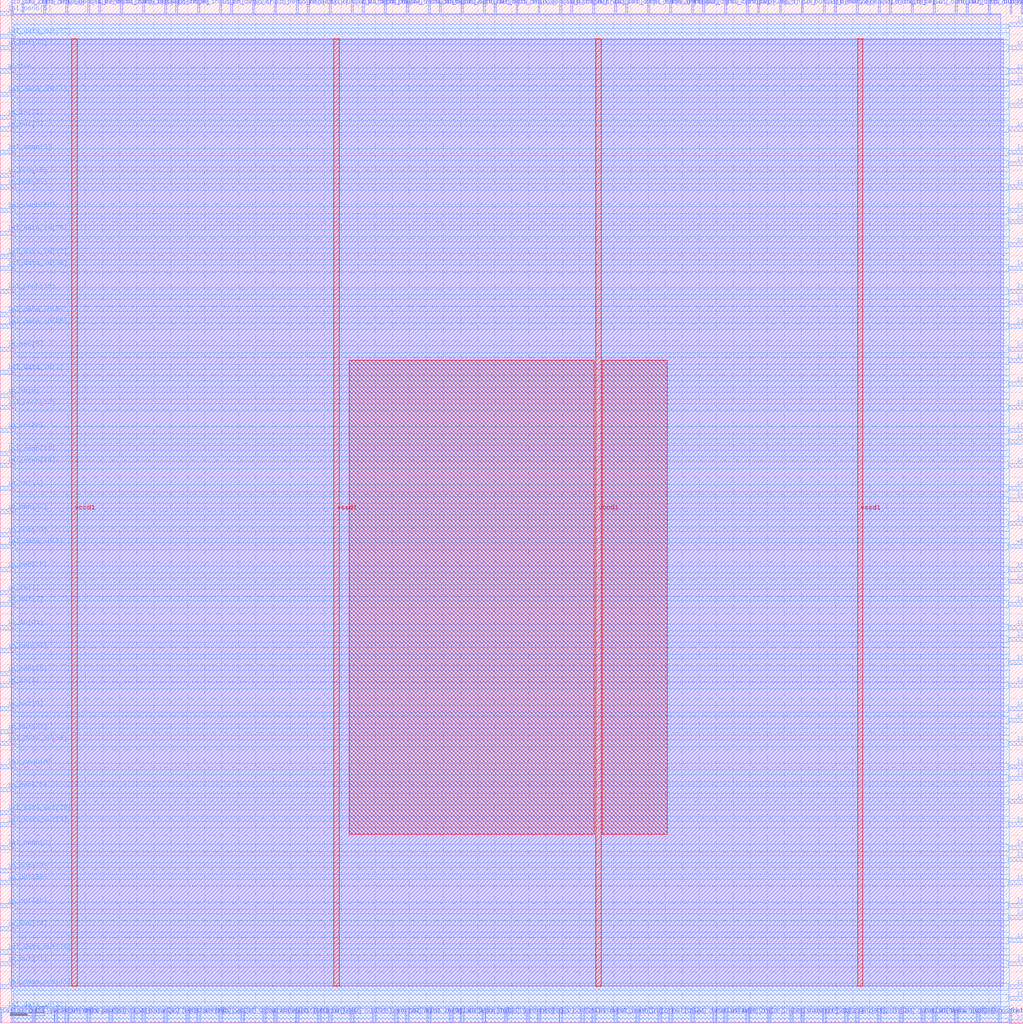
<source format=lef>
VERSION 5.7 ;
  NOWIREEXTENSIONATPIN ON ;
  DIVIDERCHAR "/" ;
  BUSBITCHARS "[]" ;
MACRO wrapped_mbsFSK
  CLASS BLOCK ;
  FOREIGN wrapped_mbsFSK ;
  ORIGIN 0.000 0.000 ;
  SIZE 300.000 BY 300.000 ;
  PIN active
    DIRECTION INPUT ;
    USE SIGNAL ;
    PORT
      LAYER met3 ;
        RECT 0.000 278.540 4.000 279.740 ;
    END
  END active
  PIN io_in[0]
    DIRECTION INPUT ;
    USE SIGNAL ;
    PORT
      LAYER met2 ;
        RECT 93.330 0.000 93.890 4.000 ;
    END
  END io_in[0]
  PIN io_in[10]
    DIRECTION INPUT ;
    USE SIGNAL ;
    PORT
      LAYER met2 ;
        RECT 167.390 296.000 167.950 300.000 ;
    END
  END io_in[10]
  PIN io_in[11]
    DIRECTION INPUT ;
    USE SIGNAL ;
    PORT
      LAYER met2 ;
        RECT 3.170 296.000 3.730 300.000 ;
    END
  END io_in[11]
  PIN io_in[12]
    DIRECTION INPUT ;
    USE SIGNAL ;
    PORT
      LAYER met3 ;
        RECT 296.000 251.340 300.000 252.540 ;
    END
  END io_in[12]
  PIN io_in[13]
    DIRECTION INPUT ;
    USE SIGNAL ;
    PORT
      LAYER met2 ;
        RECT 141.630 0.000 142.190 4.000 ;
    END
  END io_in[13]
  PIN io_in[14]
    DIRECTION INPUT ;
    USE SIGNAL ;
    PORT
      LAYER met2 ;
        RECT 112.650 296.000 113.210 300.000 ;
    END
  END io_in[14]
  PIN io_in[15]
    DIRECTION INPUT ;
    USE SIGNAL ;
    PORT
      LAYER met3 ;
        RECT 296.000 261.540 300.000 262.740 ;
    END
  END io_in[15]
  PIN io_in[16]
    DIRECTION INPUT ;
    USE SIGNAL ;
    PORT
      LAYER met3 ;
        RECT 296.000 23.540 300.000 24.740 ;
    END
  END io_in[16]
  PIN io_in[17]
    DIRECTION INPUT ;
    USE SIGNAL ;
    PORT
      LAYER met2 ;
        RECT 64.350 296.000 64.910 300.000 ;
    END
  END io_in[17]
  PIN io_in[18]
    DIRECTION INPUT ;
    USE SIGNAL ;
    PORT
      LAYER met2 ;
        RECT 74.010 296.000 74.570 300.000 ;
    END
  END io_in[18]
  PIN io_in[19]
    DIRECTION INPUT ;
    USE SIGNAL ;
    PORT
      LAYER met2 ;
        RECT 257.550 0.000 258.110 4.000 ;
    END
  END io_in[19]
  PIN io_in[1]
    DIRECTION INPUT ;
    USE SIGNAL ;
    PORT
      LAYER met3 ;
        RECT 0.000 98.340 4.000 99.540 ;
    END
  END io_in[1]
  PIN io_in[20]
    DIRECTION INPUT ;
    USE SIGNAL ;
    PORT
      LAYER met3 ;
        RECT 0.000 173.140 4.000 174.340 ;
    END
  END io_in[20]
  PIN io_in[21]
    DIRECTION INPUT ;
    USE SIGNAL ;
    PORT
      LAYER met3 ;
        RECT 0.000 115.340 4.000 116.540 ;
    END
  END io_in[21]
  PIN io_in[22]
    DIRECTION INPUT ;
    USE SIGNAL ;
    PORT
      LAYER met3 ;
        RECT 296.000 91.540 300.000 92.740 ;
    END
  END io_in[22]
  PIN io_in[23]
    DIRECTION INPUT ;
    USE SIGNAL ;
    PORT
      LAYER met2 ;
        RECT 57.910 296.000 58.470 300.000 ;
    END
  END io_in[23]
  PIN io_in[24]
    DIRECTION INPUT ;
    USE SIGNAL ;
    PORT
      LAYER met2 ;
        RECT 41.810 296.000 42.370 300.000 ;
    END
  END io_in[24]
  PIN io_in[25]
    DIRECTION INPUT ;
    USE SIGNAL ;
    PORT
      LAYER met2 ;
        RECT 225.350 0.000 225.910 4.000 ;
    END
  END io_in[25]
  PIN io_in[26]
    DIRECTION INPUT ;
    USE SIGNAL ;
    PORT
      LAYER met2 ;
        RECT 218.910 0.000 219.470 4.000 ;
    END
  END io_in[26]
  PIN io_in[27]
    DIRECTION INPUT ;
    USE SIGNAL ;
    PORT
      LAYER met3 ;
        RECT 296.000 64.340 300.000 65.540 ;
    END
  END io_in[27]
  PIN io_in[28]
    DIRECTION INPUT ;
    USE SIGNAL ;
    PORT
      LAYER met2 ;
        RECT 196.370 0.000 196.930 4.000 ;
    END
  END io_in[28]
  PIN io_in[29]
    DIRECTION INPUT ;
    USE SIGNAL ;
    PORT
      LAYER met2 ;
        RECT 299.410 296.000 299.970 300.000 ;
    END
  END io_in[29]
  PIN io_in[2]
    DIRECTION INPUT ;
    USE SIGNAL ;
    PORT
      LAYER met2 ;
        RECT 96.550 0.000 97.110 4.000 ;
    END
  END io_in[2]
  PIN io_in[30]
    DIRECTION INPUT ;
    USE SIGNAL ;
    PORT
      LAYER met3 ;
        RECT 296.000 115.340 300.000 116.540 ;
    END
  END io_in[30]
  PIN io_in[31]
    DIRECTION INPUT ;
    USE SIGNAL ;
    PORT
      LAYER met3 ;
        RECT 0.000 264.940 4.000 266.140 ;
    END
  END io_in[31]
  PIN io_in[32]
    DIRECTION INPUT ;
    USE SIGNAL ;
    PORT
      LAYER met2 ;
        RECT 186.710 0.000 187.270 4.000 ;
    END
  END io_in[32]
  PIN io_in[33]
    DIRECTION INPUT ;
    USE SIGNAL ;
    PORT
      LAYER met3 ;
        RECT 0.000 156.140 4.000 157.340 ;
    END
  END io_in[33]
  PIN io_in[34]
    DIRECTION INPUT ;
    USE SIGNAL ;
    PORT
      LAYER met2 ;
        RECT 228.570 296.000 229.130 300.000 ;
    END
  END io_in[34]
  PIN io_in[35]
    DIRECTION INPUT ;
    USE SIGNAL ;
    PORT
      LAYER met2 ;
        RECT 260.770 296.000 261.330 300.000 ;
    END
  END io_in[35]
  PIN io_in[36]
    DIRECTION INPUT ;
    USE SIGNAL ;
    PORT
      LAYER met3 ;
        RECT 296.000 186.740 300.000 187.940 ;
    END
  END io_in[36]
  PIN io_in[37]
    DIRECTION INPUT ;
    USE SIGNAL ;
    PORT
      LAYER met2 ;
        RECT 267.210 296.000 267.770 300.000 ;
    END
  END io_in[37]
  PIN io_in[3]
    DIRECTION INPUT ;
    USE SIGNAL ;
    PORT
      LAYER met2 ;
        RECT 173.830 296.000 174.390 300.000 ;
    END
  END io_in[3]
  PIN io_in[4]
    DIRECTION INPUT ;
    USE SIGNAL ;
    PORT
      LAYER met3 ;
        RECT 296.000 179.940 300.000 181.140 ;
    END
  END io_in[4]
  PIN io_in[5]
    DIRECTION INPUT ;
    USE SIGNAL ;
    PORT
      LAYER met3 ;
        RECT 296.000 285.340 300.000 286.540 ;
    END
  END io_in[5]
  PIN io_in[6]
    DIRECTION INPUT ;
    USE SIGNAL ;
    PORT
      LAYER met3 ;
        RECT 0.000 183.340 4.000 184.540 ;
    END
  END io_in[6]
  PIN io_in[7]
    DIRECTION INPUT ;
    USE SIGNAL ;
    PORT
      LAYER met3 ;
        RECT 0.000 125.540 4.000 126.740 ;
    END
  END io_in[7]
  PIN io_in[8]
    DIRECTION INPUT ;
    USE SIGNAL ;
    PORT
      LAYER met3 ;
        RECT 296.000 196.940 300.000 198.140 ;
    END
  END io_in[8]
  PIN io_in[9]
    DIRECTION INPUT ;
    USE SIGNAL ;
    PORT
      LAYER met2 ;
        RECT 51.470 296.000 52.030 300.000 ;
    END
  END io_in[9]
  PIN io_oeb[0]
    DIRECTION INOUT ;
    USE SIGNAL ;
    PORT
      LAYER met2 ;
        RECT 157.730 0.000 158.290 4.000 ;
    END
  END io_oeb[0]
  PIN io_oeb[10]
    DIRECTION INOUT ;
    USE SIGNAL ;
    PORT
      LAYER met3 ;
        RECT 0.000 101.740 4.000 102.940 ;
    END
  END io_oeb[10]
  PIN io_oeb[11]
    DIRECTION INOUT ;
    USE SIGNAL ;
    PORT
      LAYER met3 ;
        RECT 296.000 169.740 300.000 170.940 ;
    END
  END io_oeb[11]
  PIN io_oeb[12]
    DIRECTION INOUT ;
    USE SIGNAL ;
    PORT
      LAYER met3 ;
        RECT 296.000 88.140 300.000 89.340 ;
    END
  END io_oeb[12]
  PIN io_oeb[13]
    DIRECTION INOUT ;
    USE SIGNAL ;
    PORT
      LAYER met3 ;
        RECT 296.000 81.340 300.000 82.540 ;
    END
  END io_oeb[13]
  PIN io_oeb[14]
    DIRECTION INOUT ;
    USE SIGNAL ;
    PORT
      LAYER met3 ;
        RECT 0.000 26.940 4.000 28.140 ;
    END
  END io_oeb[14]
  PIN io_oeb[15]
    DIRECTION INOUT ;
    USE SIGNAL ;
    PORT
      LAYER met2 ;
        RECT 86.890 296.000 87.450 300.000 ;
    END
  END io_oeb[15]
  PIN io_oeb[16]
    DIRECTION INOUT ;
    USE SIGNAL ;
    PORT
      LAYER met3 ;
        RECT 296.000 9.940 300.000 11.140 ;
    END
  END io_oeb[16]
  PIN io_oeb[17]
    DIRECTION INOUT ;
    USE SIGNAL ;
    PORT
      LAYER met2 ;
        RECT 80.450 0.000 81.010 4.000 ;
    END
  END io_oeb[17]
  PIN io_oeb[18]
    DIRECTION INOUT ;
    USE SIGNAL ;
    PORT
      LAYER met2 ;
        RECT 218.910 296.000 219.470 300.000 ;
    END
  END io_oeb[18]
  PIN io_oeb[19]
    DIRECTION INOUT ;
    USE SIGNAL ;
    PORT
      LAYER met2 ;
        RECT 90.110 296.000 90.670 300.000 ;
    END
  END io_oeb[19]
  PIN io_oeb[1]
    DIRECTION INOUT ;
    USE SIGNAL ;
    PORT
      LAYER met2 ;
        RECT 235.010 0.000 235.570 4.000 ;
    END
  END io_oeb[1]
  PIN io_oeb[20]
    DIRECTION INOUT ;
    USE SIGNAL ;
    PORT
      LAYER met3 ;
        RECT 296.000 128.940 300.000 130.140 ;
    END
  END io_oeb[20]
  PIN io_oeb[21]
    DIRECTION INOUT ;
    USE SIGNAL ;
    PORT
      LAYER met2 ;
        RECT 12.830 296.000 13.390 300.000 ;
    END
  END io_oeb[21]
  PIN io_oeb[22]
    DIRECTION INOUT ;
    USE SIGNAL ;
    PORT
      LAYER met2 ;
        RECT 32.150 0.000 32.710 4.000 ;
    END
  END io_oeb[22]
  PIN io_oeb[23]
    DIRECTION INOUT ;
    USE SIGNAL ;
    PORT
      LAYER met2 ;
        RECT 151.290 296.000 151.850 300.000 ;
    END
  END io_oeb[23]
  PIN io_oeb[24]
    DIRECTION INOUT ;
    USE SIGNAL ;
    PORT
      LAYER met2 ;
        RECT 157.730 296.000 158.290 300.000 ;
    END
  END io_oeb[24]
  PIN io_oeb[25]
    DIRECTION INOUT ;
    USE SIGNAL ;
    PORT
      LAYER met2 ;
        RECT 286.530 0.000 287.090 4.000 ;
    END
  END io_oeb[25]
  PIN io_oeb[26]
    DIRECTION INOUT ;
    USE SIGNAL ;
    PORT
      LAYER met3 ;
        RECT 296.000 234.340 300.000 235.540 ;
    END
  END io_oeb[26]
  PIN io_oeb[27]
    DIRECTION INOUT ;
    USE SIGNAL ;
    PORT
      LAYER met2 ;
        RECT 180.270 296.000 180.830 300.000 ;
    END
  END io_oeb[27]
  PIN io_oeb[28]
    DIRECTION INOUT ;
    USE SIGNAL ;
    PORT
      LAYER met2 ;
        RECT 251.110 0.000 251.670 4.000 ;
    END
  END io_oeb[28]
  PIN io_oeb[29]
    DIRECTION INOUT ;
    USE SIGNAL ;
    PORT
      LAYER met3 ;
        RECT 296.000 193.540 300.000 194.740 ;
    END
  END io_oeb[29]
  PIN io_oeb[2]
    DIRECTION INOUT ;
    USE SIGNAL ;
    PORT
      LAYER met2 ;
        RECT 251.110 296.000 251.670 300.000 ;
    END
  END io_oeb[2]
  PIN io_oeb[30]
    DIRECTION INOUT ;
    USE SIGNAL ;
    PORT
      LAYER met2 ;
        RECT 19.270 296.000 19.830 300.000 ;
    END
  END io_oeb[30]
  PIN io_oeb[31]
    DIRECTION INOUT ;
    USE SIGNAL ;
    PORT
      LAYER met2 ;
        RECT 247.890 0.000 248.450 4.000 ;
    END
  END io_oeb[31]
  PIN io_oeb[32]
    DIRECTION INOUT ;
    USE SIGNAL ;
    PORT
      LAYER met3 ;
        RECT 0.000 149.340 4.000 150.540 ;
    END
  END io_oeb[32]
  PIN io_oeb[33]
    DIRECTION INOUT ;
    USE SIGNAL ;
    PORT
      LAYER met2 ;
        RECT 292.970 0.000 293.530 4.000 ;
    END
  END io_oeb[33]
  PIN io_oeb[34]
    DIRECTION INOUT ;
    USE SIGNAL ;
    PORT
      LAYER met2 ;
        RECT 67.570 296.000 68.130 300.000 ;
    END
  END io_oeb[34]
  PIN io_oeb[35]
    DIRECTION INOUT ;
    USE SIGNAL ;
    PORT
      LAYER met3 ;
        RECT 0.000 132.340 4.000 133.540 ;
    END
  END io_oeb[35]
  PIN io_oeb[36]
    DIRECTION INOUT ;
    USE SIGNAL ;
    PORT
      LAYER met3 ;
        RECT 0.000 67.740 4.000 68.940 ;
    END
  END io_oeb[36]
  PIN io_oeb[37]
    DIRECTION INOUT ;
    USE SIGNAL ;
    PORT
      LAYER met3 ;
        RECT 0.000 108.540 4.000 109.740 ;
    END
  END io_oeb[37]
  PIN io_oeb[3]
    DIRECTION INOUT ;
    USE SIGNAL ;
    PORT
      LAYER met2 ;
        RECT 154.510 0.000 155.070 4.000 ;
    END
  END io_oeb[3]
  PIN io_oeb[4]
    DIRECTION INOUT ;
    USE SIGNAL ;
    PORT
      LAYER met3 ;
        RECT 296.000 -0.260 300.000 0.940 ;
    END
  END io_oeb[4]
  PIN io_oeb[5]
    DIRECTION INOUT ;
    USE SIGNAL ;
    PORT
      LAYER met3 ;
        RECT 0.000 196.940 4.000 198.140 ;
    END
  END io_oeb[5]
  PIN io_oeb[6]
    DIRECTION INOUT ;
    USE SIGNAL ;
    PORT
      LAYER met3 ;
        RECT 296.000 105.140 300.000 106.340 ;
    END
  END io_oeb[6]
  PIN io_oeb[7]
    DIRECTION INOUT ;
    USE SIGNAL ;
    PORT
      LAYER met2 ;
        RECT 80.450 296.000 81.010 300.000 ;
    END
  END io_oeb[7]
  PIN io_oeb[8]
    DIRECTION INOUT ;
    USE SIGNAL ;
    PORT
      LAYER met2 ;
        RECT 25.710 0.000 26.270 4.000 ;
    END
  END io_oeb[8]
  PIN io_oeb[9]
    DIRECTION INOUT ;
    USE SIGNAL ;
    PORT
      LAYER met2 ;
        RECT 64.350 0.000 64.910 4.000 ;
    END
  END io_oeb[9]
  PIN io_out[0]
    DIRECTION INOUT ;
    USE SIGNAL ;
    PORT
      LAYER met3 ;
        RECT 296.000 278.540 300.000 279.740 ;
    END
  END io_out[0]
  PIN io_out[10]
    DIRECTION INOUT ;
    USE SIGNAL ;
    PORT
      LAYER met3 ;
        RECT 296.000 162.940 300.000 164.140 ;
    END
  END io_out[10]
  PIN io_out[11]
    DIRECTION INOUT ;
    USE SIGNAL ;
    PORT
      LAYER met3 ;
        RECT 0.000 16.740 4.000 17.940 ;
    END
  END io_out[11]
  PIN io_out[12]
    DIRECTION INOUT ;
    USE SIGNAL ;
    PORT
      LAYER met3 ;
        RECT 0.000 43.940 4.000 45.140 ;
    END
  END io_out[12]
  PIN io_out[13]
    DIRECTION INOUT ;
    USE SIGNAL ;
    PORT
      LAYER met2 ;
        RECT 241.450 0.000 242.010 4.000 ;
    END
  END io_out[13]
  PIN io_out[14]
    DIRECTION INOUT ;
    USE SIGNAL ;
    PORT
      LAYER met3 ;
        RECT 296.000 237.740 300.000 238.940 ;
    END
  END io_out[14]
  PIN io_out[15]
    DIRECTION INOUT ;
    USE SIGNAL ;
    PORT
      LAYER met3 ;
        RECT 0.000 247.940 4.000 249.140 ;
    END
  END io_out[15]
  PIN io_out[16]
    DIRECTION INOUT ;
    USE SIGNAL ;
    PORT
      LAYER met3 ;
        RECT 296.000 156.140 300.000 157.340 ;
    END
  END io_out[16]
  PIN io_out[17]
    DIRECTION INOUT ;
    USE SIGNAL ;
    PORT
      LAYER met2 ;
        RECT 280.090 296.000 280.650 300.000 ;
    END
  END io_out[17]
  PIN io_out[18]
    DIRECTION INOUT ;
    USE SIGNAL ;
    PORT
      LAYER met2 ;
        RECT 280.090 0.000 280.650 4.000 ;
    END
  END io_out[18]
  PIN io_out[19]
    DIRECTION INOUT ;
    USE SIGNAL ;
    PORT
      LAYER met3 ;
        RECT 0.000 142.540 4.000 143.740 ;
    END
  END io_out[19]
  PIN io_out[1]
    DIRECTION INOUT ;
    USE SIGNAL ;
    PORT
      LAYER met2 ;
        RECT 202.810 296.000 203.370 300.000 ;
    END
  END io_out[1]
  PIN io_out[20]
    DIRECTION INOUT ;
    USE SIGNAL ;
    PORT
      LAYER met2 ;
        RECT 244.670 296.000 245.230 300.000 ;
    END
  END io_out[20]
  PIN io_out[21]
    DIRECTION INOUT ;
    USE SIGNAL ;
    PORT
      LAYER met3 ;
        RECT 0.000 244.540 4.000 245.740 ;
    END
  END io_out[21]
  PIN io_out[22]
    DIRECTION INOUT ;
    USE SIGNAL ;
    PORT
      LAYER met2 ;
        RECT 193.150 0.000 193.710 4.000 ;
    END
  END io_out[22]
  PIN io_out[23]
    DIRECTION INOUT ;
    USE SIGNAL ;
    PORT
      LAYER met3 ;
        RECT 296.000 132.340 300.000 133.540 ;
    END
  END io_out[23]
  PIN io_out[24]
    DIRECTION INOUT ;
    USE SIGNAL ;
    PORT
      LAYER met2 ;
        RECT 164.170 0.000 164.730 4.000 ;
    END
  END io_out[24]
  PIN io_out[25]
    DIRECTION INOUT ;
    USE SIGNAL ;
    PORT
      LAYER met2 ;
        RECT 222.130 296.000 222.690 300.000 ;
    END
  END io_out[25]
  PIN io_out[26]
    DIRECTION INOUT ;
    USE SIGNAL ;
    PORT
      LAYER met3 ;
        RECT 0.000 33.740 4.000 34.940 ;
    END
  END io_out[26]
  PIN io_out[27]
    DIRECTION INOUT ;
    USE SIGNAL ;
    PORT
      LAYER met2 ;
        RECT 235.010 296.000 235.570 300.000 ;
    END
  END io_out[27]
  PIN io_out[28]
    DIRECTION INOUT ;
    USE SIGNAL ;
    PORT
      LAYER met2 ;
        RECT 102.990 0.000 103.550 4.000 ;
    END
  END io_out[28]
  PIN io_out[29]
    DIRECTION INOUT ;
    USE SIGNAL ;
    PORT
      LAYER met3 ;
        RECT 296.000 6.540 300.000 7.740 ;
    END
  END io_out[29]
  PIN io_out[2]
    DIRECTION INOUT ;
    USE SIGNAL ;
    PORT
      LAYER met2 ;
        RECT 41.810 0.000 42.370 4.000 ;
    END
  END io_out[2]
  PIN io_out[30]
    DIRECTION INOUT ;
    USE SIGNAL ;
    PORT
      LAYER met3 ;
        RECT 0.000 40.540 4.000 41.740 ;
    END
  END io_out[30]
  PIN io_out[31]
    DIRECTION INOUT ;
    USE SIGNAL ;
    PORT
      LAYER met3 ;
        RECT 0.000 84.740 4.000 85.940 ;
    END
  END io_out[31]
  PIN io_out[32]
    DIRECTION INOUT ;
    USE SIGNAL ;
    PORT
      LAYER met3 ;
        RECT 0.000 285.340 4.000 286.540 ;
    END
  END io_out[32]
  PIN io_out[33]
    DIRECTION INOUT ;
    USE SIGNAL ;
    PORT
      LAYER met3 ;
        RECT 296.000 40.540 300.000 41.740 ;
    END
  END io_out[33]
  PIN io_out[34]
    DIRECTION INOUT ;
    USE SIGNAL ;
    PORT
      LAYER met3 ;
        RECT 296.000 244.540 300.000 245.740 ;
    END
  END io_out[34]
  PIN io_out[35]
    DIRECTION INOUT ;
    USE SIGNAL ;
    PORT
      LAYER met3 ;
        RECT 296.000 227.540 300.000 228.740 ;
    END
  END io_out[35]
  PIN io_out[36]
    DIRECTION INOUT ;
    USE SIGNAL ;
    PORT
      LAYER met2 ;
        RECT 96.550 296.000 97.110 300.000 ;
    END
  END io_out[36]
  PIN io_out[37]
    DIRECTION INOUT ;
    USE SIGNAL ;
    PORT
      LAYER met3 ;
        RECT 296.000 268.340 300.000 269.540 ;
    END
  END io_out[37]
  PIN io_out[3]
    DIRECTION INOUT ;
    USE SIGNAL ;
    PORT
      LAYER met3 ;
        RECT 0.000 261.540 4.000 262.740 ;
    END
  END io_out[3]
  PIN io_out[4]
    DIRECTION INOUT ;
    USE SIGNAL ;
    PORT
      LAYER met3 ;
        RECT 296.000 173.140 300.000 174.340 ;
    END
  END io_out[4]
  PIN io_out[5]
    DIRECTION INOUT ;
    USE SIGNAL ;
    PORT
      LAYER met2 ;
        RECT 141.630 296.000 142.190 300.000 ;
    END
  END io_out[5]
  PIN io_out[6]
    DIRECTION INOUT ;
    USE SIGNAL ;
    PORT
      LAYER met2 ;
        RECT 289.750 296.000 290.310 300.000 ;
    END
  END io_out[6]
  PIN io_out[7]
    DIRECTION INOUT ;
    USE SIGNAL ;
    PORT
      LAYER met3 ;
        RECT 0.000 122.140 4.000 123.340 ;
    END
  END io_out[7]
  PIN io_out[8]
    DIRECTION INOUT ;
    USE SIGNAL ;
    PORT
      LAYER met2 ;
        RECT 115.870 0.000 116.430 4.000 ;
    END
  END io_out[8]
  PIN io_out[9]
    DIRECTION INOUT ;
    USE SIGNAL ;
    PORT
      LAYER met3 ;
        RECT 0.000 91.540 4.000 92.740 ;
    END
  END io_out[9]
  PIN la1_data_in[0]
    DIRECTION INPUT ;
    USE SIGNAL ;
    PORT
      LAYER met3 ;
        RECT 296.000 47.340 300.000 48.540 ;
    END
  END la1_data_in[0]
  PIN la1_data_in[10]
    DIRECTION INPUT ;
    USE SIGNAL ;
    PORT
      LAYER met2 ;
        RECT 131.970 0.000 132.530 4.000 ;
    END
  END la1_data_in[10]
  PIN la1_data_in[11]
    DIRECTION INPUT ;
    USE SIGNAL ;
    PORT
      LAYER met3 ;
        RECT 296.000 33.740 300.000 34.940 ;
    END
  END la1_data_in[11]
  PIN la1_data_in[12]
    DIRECTION INPUT ;
    USE SIGNAL ;
    PORT
      LAYER met3 ;
        RECT 0.000 224.140 4.000 225.340 ;
    END
  END la1_data_in[12]
  PIN la1_data_in[13]
    DIRECTION INPUT ;
    USE SIGNAL ;
    PORT
      LAYER met2 ;
        RECT 202.810 0.000 203.370 4.000 ;
    END
  END la1_data_in[13]
  PIN la1_data_in[14]
    DIRECTION INPUT ;
    USE SIGNAL ;
    PORT
      LAYER met3 ;
        RECT 0.000 81.340 4.000 82.540 ;
    END
  END la1_data_in[14]
  PIN la1_data_in[15]
    DIRECTION INPUT ;
    USE SIGNAL ;
    PORT
      LAYER met2 ;
        RECT 102.990 296.000 103.550 300.000 ;
    END
  END la1_data_in[15]
  PIN la1_data_in[16]
    DIRECTION INPUT ;
    USE SIGNAL ;
    PORT
      LAYER met2 ;
        RECT 189.930 296.000 190.490 300.000 ;
    END
  END la1_data_in[16]
  PIN la1_data_in[17]
    DIRECTION INPUT ;
    USE SIGNAL ;
    PORT
      LAYER met2 ;
        RECT 144.850 296.000 145.410 300.000 ;
    END
  END la1_data_in[17]
  PIN la1_data_in[18]
    DIRECTION INPUT ;
    USE SIGNAL ;
    PORT
      LAYER met2 ;
        RECT 263.990 0.000 264.550 4.000 ;
    END
  END la1_data_in[18]
  PIN la1_data_in[19]
    DIRECTION INPUT ;
    USE SIGNAL ;
    PORT
      LAYER met2 ;
        RECT 106.210 296.000 106.770 300.000 ;
    END
  END la1_data_in[19]
  PIN la1_data_in[1]
    DIRECTION INPUT ;
    USE SIGNAL ;
    PORT
      LAYER met2 ;
        RECT 119.090 0.000 119.650 4.000 ;
    END
  END la1_data_in[1]
  PIN la1_data_in[20]
    DIRECTION INPUT ;
    USE SIGNAL ;
    PORT
      LAYER met3 ;
        RECT 0.000 220.740 4.000 221.940 ;
    END
  END la1_data_in[20]
  PIN la1_data_in[21]
    DIRECTION INPUT ;
    USE SIGNAL ;
    PORT
      LAYER met2 ;
        RECT 296.190 296.000 296.750 300.000 ;
    END
  END la1_data_in[21]
  PIN la1_data_in[22]
    DIRECTION INPUT ;
    USE SIGNAL ;
    PORT
      LAYER met3 ;
        RECT 296.000 50.740 300.000 51.940 ;
    END
  END la1_data_in[22]
  PIN la1_data_in[23]
    DIRECTION INPUT ;
    USE SIGNAL ;
    PORT
      LAYER met3 ;
        RECT 0.000 3.140 4.000 4.340 ;
    END
  END la1_data_in[23]
  PIN la1_data_in[24]
    DIRECTION INPUT ;
    USE SIGNAL ;
    PORT
      LAYER met2 ;
        RECT 86.890 0.000 87.450 4.000 ;
    END
  END la1_data_in[24]
  PIN la1_data_in[25]
    DIRECTION INPUT ;
    USE SIGNAL ;
    PORT
      LAYER met3 ;
        RECT 0.000 230.940 4.000 232.140 ;
    END
  END la1_data_in[25]
  PIN la1_data_in[26]
    DIRECTION INPUT ;
    USE SIGNAL ;
    PORT
      LAYER met3 ;
        RECT 296.000 16.740 300.000 17.940 ;
    END
  END la1_data_in[26]
  PIN la1_data_in[27]
    DIRECTION INPUT ;
    USE SIGNAL ;
    PORT
      LAYER met2 ;
        RECT 173.830 0.000 174.390 4.000 ;
    END
  END la1_data_in[27]
  PIN la1_data_in[28]
    DIRECTION INPUT ;
    USE SIGNAL ;
    PORT
      LAYER met3 ;
        RECT 0.000 203.740 4.000 204.940 ;
    END
  END la1_data_in[28]
  PIN la1_data_in[29]
    DIRECTION INPUT ;
    USE SIGNAL ;
    PORT
      LAYER met2 ;
        RECT 6.390 296.000 6.950 300.000 ;
    END
  END la1_data_in[29]
  PIN la1_data_in[2]
    DIRECTION INPUT ;
    USE SIGNAL ;
    PORT
      LAYER met2 ;
        RECT 70.790 0.000 71.350 4.000 ;
    END
  END la1_data_in[2]
  PIN la1_data_in[30]
    DIRECTION INPUT ;
    USE SIGNAL ;
    PORT
      LAYER met2 ;
        RECT 9.610 0.000 10.170 4.000 ;
    END
  END la1_data_in[30]
  PIN la1_data_in[31]
    DIRECTION INPUT ;
    USE SIGNAL ;
    PORT
      LAYER met2 ;
        RECT 231.790 0.000 232.350 4.000 ;
    END
  END la1_data_in[31]
  PIN la1_data_in[3]
    DIRECTION INPUT ;
    USE SIGNAL ;
    PORT
      LAYER met3 ;
        RECT 0.000 190.140 4.000 191.340 ;
    END
  END la1_data_in[3]
  PIN la1_data_in[4]
    DIRECTION INPUT ;
    USE SIGNAL ;
    PORT
      LAYER met2 ;
        RECT 257.550 296.000 258.110 300.000 ;
    END
  END la1_data_in[4]
  PIN la1_data_in[5]
    DIRECTION INPUT ;
    USE SIGNAL ;
    PORT
      LAYER met3 ;
        RECT 296.000 145.940 300.000 147.140 ;
    END
  END la1_data_in[5]
  PIN la1_data_in[6]
    DIRECTION INPUT ;
    USE SIGNAL ;
    PORT
      LAYER met2 ;
        RECT 119.090 296.000 119.650 300.000 ;
    END
  END la1_data_in[6]
  PIN la1_data_in[7]
    DIRECTION INPUT ;
    USE SIGNAL ;
    PORT
      LAYER met3 ;
        RECT 0.000 139.140 4.000 140.340 ;
    END
  END la1_data_in[7]
  PIN la1_data_in[8]
    DIRECTION INPUT ;
    USE SIGNAL ;
    PORT
      LAYER met2 ;
        RECT 125.530 296.000 126.090 300.000 ;
    END
  END la1_data_in[8]
  PIN la1_data_in[9]
    DIRECTION INPUT ;
    USE SIGNAL ;
    PORT
      LAYER met3 ;
        RECT 0.000 207.140 4.000 208.340 ;
    END
  END la1_data_in[9]
  PIN la1_data_out[0]
    DIRECTION INOUT ;
    USE SIGNAL ;
    PORT
      LAYER met2 ;
        RECT 48.250 0.000 48.810 4.000 ;
    END
  END la1_data_out[0]
  PIN la1_data_out[10]
    DIRECTION INOUT ;
    USE SIGNAL ;
    PORT
      LAYER met3 ;
        RECT 296.000 71.140 300.000 72.340 ;
    END
  END la1_data_out[10]
  PIN la1_data_out[11]
    DIRECTION INOUT ;
    USE SIGNAL ;
    PORT
      LAYER met2 ;
        RECT 135.190 0.000 135.750 4.000 ;
    END
  END la1_data_out[11]
  PIN la1_data_out[12]
    DIRECTION INOUT ;
    USE SIGNAL ;
    PORT
      LAYER met3 ;
        RECT 296.000 275.140 300.000 276.340 ;
    END
  END la1_data_out[12]
  PIN la1_data_out[13]
    DIRECTION INOUT ;
    USE SIGNAL ;
    PORT
      LAYER met2 ;
        RECT 28.930 296.000 29.490 300.000 ;
    END
  END la1_data_out[13]
  PIN la1_data_out[14]
    DIRECTION INOUT ;
    USE SIGNAL ;
    PORT
      LAYER met2 ;
        RECT 164.170 296.000 164.730 300.000 ;
    END
  END la1_data_out[14]
  PIN la1_data_out[15]
    DIRECTION INOUT ;
    USE SIGNAL ;
    PORT
      LAYER met3 ;
        RECT 0.000 9.940 4.000 11.140 ;
    END
  END la1_data_out[15]
  PIN la1_data_out[16]
    DIRECTION INOUT ;
    USE SIGNAL ;
    PORT
      LAYER met3 ;
        RECT 296.000 98.340 300.000 99.540 ;
    END
  END la1_data_out[16]
  PIN la1_data_out[17]
    DIRECTION INOUT ;
    USE SIGNAL ;
    PORT
      LAYER met3 ;
        RECT 296.000 213.940 300.000 215.140 ;
    END
  END la1_data_out[17]
  PIN la1_data_out[18]
    DIRECTION INOUT ;
    USE SIGNAL ;
    PORT
      LAYER met2 ;
        RECT 35.370 296.000 35.930 300.000 ;
    END
  END la1_data_out[18]
  PIN la1_data_out[19]
    DIRECTION INOUT ;
    USE SIGNAL ;
    PORT
      LAYER met3 ;
        RECT 296.000 152.740 300.000 153.940 ;
    END
  END la1_data_out[19]
  PIN la1_data_out[1]
    DIRECTION INOUT ;
    USE SIGNAL ;
    PORT
      LAYER met3 ;
        RECT 0.000 271.740 4.000 272.940 ;
    END
  END la1_data_out[1]
  PIN la1_data_out[20]
    DIRECTION INOUT ;
    USE SIGNAL ;
    PORT
      LAYER met3 ;
        RECT 0.000 60.940 4.000 62.140 ;
    END
  END la1_data_out[20]
  PIN la1_data_out[21]
    DIRECTION INOUT ;
    USE SIGNAL ;
    PORT
      LAYER met3 ;
        RECT 296.000 254.740 300.000 255.940 ;
    END
  END la1_data_out[21]
  PIN la1_data_out[22]
    DIRECTION INOUT ;
    USE SIGNAL ;
    PORT
      LAYER met2 ;
        RECT 183.490 296.000 184.050 300.000 ;
    END
  END la1_data_out[22]
  PIN la1_data_out[23]
    DIRECTION INOUT ;
    USE SIGNAL ;
    PORT
      LAYER met2 ;
        RECT 77.230 0.000 77.790 4.000 ;
    END
  END la1_data_out[23]
  PIN la1_data_out[24]
    DIRECTION INOUT ;
    USE SIGNAL ;
    PORT
      LAYER met3 ;
        RECT 296.000 111.940 300.000 113.140 ;
    END
  END la1_data_out[24]
  PIN la1_data_out[25]
    DIRECTION INOUT ;
    USE SIGNAL ;
    PORT
      LAYER met3 ;
        RECT 0.000 20.140 4.000 21.340 ;
    END
  END la1_data_out[25]
  PIN la1_data_out[26]
    DIRECTION INOUT ;
    USE SIGNAL ;
    PORT
      LAYER met3 ;
        RECT 296.000 30.340 300.000 31.540 ;
    END
  END la1_data_out[26]
  PIN la1_data_out[27]
    DIRECTION INOUT ;
    USE SIGNAL ;
    PORT
      LAYER met3 ;
        RECT 0.000 288.740 4.000 289.940 ;
    END
  END la1_data_out[27]
  PIN la1_data_out[28]
    DIRECTION INOUT ;
    USE SIGNAL ;
    PORT
      LAYER met2 ;
        RECT 270.430 0.000 270.990 4.000 ;
    END
  END la1_data_out[28]
  PIN la1_data_out[29]
    DIRECTION INOUT ;
    USE SIGNAL ;
    PORT
      LAYER met2 ;
        RECT 38.590 0.000 39.150 4.000 ;
    END
  END la1_data_out[29]
  PIN la1_data_out[2]
    DIRECTION INOUT ;
    USE SIGNAL ;
    PORT
      LAYER met2 ;
        RECT 125.530 0.000 126.090 4.000 ;
    END
  END la1_data_out[2]
  PIN la1_data_out[30]
    DIRECTION INOUT ;
    USE SIGNAL ;
    PORT
      LAYER met3 ;
        RECT 296.000 74.540 300.000 75.740 ;
    END
  END la1_data_out[30]
  PIN la1_data_out[31]
    DIRECTION INOUT ;
    USE SIGNAL ;
    PORT
      LAYER met3 ;
        RECT 296.000 292.140 300.000 293.340 ;
    END
  END la1_data_out[31]
  PIN la1_data_out[3]
    DIRECTION INOUT ;
    USE SIGNAL ;
    PORT
      LAYER met3 ;
        RECT 0.000 57.540 4.000 58.740 ;
    END
  END la1_data_out[3]
  PIN la1_data_out[4]
    DIRECTION INOUT ;
    USE SIGNAL ;
    PORT
      LAYER met2 ;
        RECT 273.650 0.000 274.210 4.000 ;
    END
  END la1_data_out[4]
  PIN la1_data_out[5]
    DIRECTION INOUT ;
    USE SIGNAL ;
    PORT
      LAYER met2 ;
        RECT 19.270 0.000 19.830 4.000 ;
    END
  END la1_data_out[5]
  PIN la1_data_out[6]
    DIRECTION INOUT ;
    USE SIGNAL ;
    PORT
      LAYER met3 ;
        RECT 296.000 122.140 300.000 123.340 ;
    END
  END la1_data_out[6]
  PIN la1_data_out[7]
    DIRECTION INOUT ;
    USE SIGNAL ;
    PORT
      LAYER met2 ;
        RECT 3.170 0.000 3.730 4.000 ;
    END
  END la1_data_out[7]
  PIN la1_data_out[8]
    DIRECTION INOUT ;
    USE SIGNAL ;
    PORT
      LAYER met3 ;
        RECT 296.000 220.740 300.000 221.940 ;
    END
  END la1_data_out[8]
  PIN la1_data_out[9]
    DIRECTION INOUT ;
    USE SIGNAL ;
    PORT
      LAYER met2 ;
        RECT 283.310 296.000 283.870 300.000 ;
    END
  END la1_data_out[9]
  PIN la1_oenb[0]
    DIRECTION INPUT ;
    USE SIGNAL ;
    PORT
      LAYER met2 ;
        RECT 296.190 0.000 296.750 4.000 ;
    END
  END la1_oenb[0]
  PIN la1_oenb[10]
    DIRECTION INPUT ;
    USE SIGNAL ;
    PORT
      LAYER met2 ;
        RECT 273.650 296.000 274.210 300.000 ;
    END
  END la1_oenb[10]
  PIN la1_oenb[11]
    DIRECTION INPUT ;
    USE SIGNAL ;
    PORT
      LAYER met3 ;
        RECT 0.000 166.340 4.000 167.540 ;
    END
  END la1_oenb[11]
  PIN la1_oenb[12]
    DIRECTION INPUT ;
    USE SIGNAL ;
    PORT
      LAYER met3 ;
        RECT 0.000 179.940 4.000 181.140 ;
    END
  END la1_oenb[12]
  PIN la1_oenb[13]
    DIRECTION INPUT ;
    USE SIGNAL ;
    PORT
      LAYER met2 ;
        RECT 180.270 0.000 180.830 4.000 ;
    END
  END la1_oenb[13]
  PIN la1_oenb[14]
    DIRECTION INPUT ;
    USE SIGNAL ;
    PORT
      LAYER met2 ;
        RECT -0.050 0.000 0.510 4.000 ;
    END
  END la1_oenb[14]
  PIN la1_oenb[15]
    DIRECTION INPUT ;
    USE SIGNAL ;
    PORT
      LAYER met2 ;
        RECT 212.470 0.000 213.030 4.000 ;
    END
  END la1_oenb[15]
  PIN la1_oenb[16]
    DIRECTION INPUT ;
    USE SIGNAL ;
    PORT
      LAYER met3 ;
        RECT 0.000 213.940 4.000 215.140 ;
    END
  END la1_oenb[16]
  PIN la1_oenb[17]
    DIRECTION INPUT ;
    USE SIGNAL ;
    PORT
      LAYER met2 ;
        RECT 25.710 296.000 26.270 300.000 ;
    END
  END la1_oenb[17]
  PIN la1_oenb[18]
    DIRECTION INPUT ;
    USE SIGNAL ;
    PORT
      LAYER met2 ;
        RECT 135.190 296.000 135.750 300.000 ;
    END
  END la1_oenb[18]
  PIN la1_oenb[19]
    DIRECTION INPUT ;
    USE SIGNAL ;
    PORT
      LAYER met3 ;
        RECT 0.000 162.940 4.000 164.140 ;
    END
  END la1_oenb[19]
  PIN la1_oenb[1]
    DIRECTION INPUT ;
    USE SIGNAL ;
    PORT
      LAYER met2 ;
        RECT 54.690 0.000 55.250 4.000 ;
    END
  END la1_oenb[1]
  PIN la1_oenb[20]
    DIRECTION INPUT ;
    USE SIGNAL ;
    PORT
      LAYER met2 ;
        RECT 16.050 0.000 16.610 4.000 ;
    END
  END la1_oenb[20]
  PIN la1_oenb[21]
    DIRECTION INPUT ;
    USE SIGNAL ;
    PORT
      LAYER met2 ;
        RECT 196.370 296.000 196.930 300.000 ;
    END
  END la1_oenb[21]
  PIN la1_oenb[22]
    DIRECTION INPUT ;
    USE SIGNAL ;
    PORT
      LAYER met2 ;
        RECT 128.750 296.000 129.310 300.000 ;
    END
  END la1_oenb[22]
  PIN la1_oenb[23]
    DIRECTION INPUT ;
    USE SIGNAL ;
    PORT
      LAYER met2 ;
        RECT 148.070 0.000 148.630 4.000 ;
    END
  END la1_oenb[23]
  PIN la1_oenb[24]
    DIRECTION INPUT ;
    USE SIGNAL ;
    PORT
      LAYER met2 ;
        RECT 241.450 296.000 242.010 300.000 ;
    END
  END la1_oenb[24]
  PIN la1_oenb[25]
    DIRECTION INPUT ;
    USE SIGNAL ;
    PORT
      LAYER met3 ;
        RECT 296.000 57.540 300.000 58.740 ;
    END
  END la1_oenb[25]
  PIN la1_oenb[26]
    DIRECTION INPUT ;
    USE SIGNAL ;
    PORT
      LAYER met3 ;
        RECT 0.000 237.740 4.000 238.940 ;
    END
  END la1_oenb[26]
  PIN la1_oenb[27]
    DIRECTION INPUT ;
    USE SIGNAL ;
    PORT
      LAYER met3 ;
        RECT 296.000 210.540 300.000 211.740 ;
    END
  END la1_oenb[27]
  PIN la1_oenb[28]
    DIRECTION INPUT ;
    USE SIGNAL ;
    PORT
      LAYER met2 ;
        RECT 57.910 0.000 58.470 4.000 ;
    END
  END la1_oenb[28]
  PIN la1_oenb[29]
    DIRECTION INPUT ;
    USE SIGNAL ;
    PORT
      LAYER met2 ;
        RECT 109.430 0.000 109.990 4.000 ;
    END
  END la1_oenb[29]
  PIN la1_oenb[2]
    DIRECTION INPUT ;
    USE SIGNAL ;
    PORT
      LAYER met3 ;
        RECT 0.000 50.740 4.000 51.940 ;
    END
  END la1_oenb[2]
  PIN la1_oenb[30]
    DIRECTION INPUT ;
    USE SIGNAL ;
    PORT
      LAYER met3 ;
        RECT 296.000 203.740 300.000 204.940 ;
    END
  END la1_oenb[30]
  PIN la1_oenb[31]
    DIRECTION INPUT ;
    USE SIGNAL ;
    PORT
      LAYER met2 ;
        RECT 170.610 0.000 171.170 4.000 ;
    END
  END la1_oenb[31]
  PIN la1_oenb[3]
    DIRECTION INPUT ;
    USE SIGNAL ;
    PORT
      LAYER met2 ;
        RECT 212.470 296.000 213.030 300.000 ;
    END
  END la1_oenb[3]
  PIN la1_oenb[4]
    DIRECTION INPUT ;
    USE SIGNAL ;
    PORT
      LAYER met2 ;
        RECT 206.030 296.000 206.590 300.000 ;
    END
  END la1_oenb[4]
  PIN la1_oenb[5]
    DIRECTION INPUT ;
    USE SIGNAL ;
    PORT
      LAYER met3 ;
        RECT 0.000 295.540 4.000 296.740 ;
    END
  END la1_oenb[5]
  PIN la1_oenb[6]
    DIRECTION INPUT ;
    USE SIGNAL ;
    PORT
      LAYER met2 ;
        RECT 48.250 296.000 48.810 300.000 ;
    END
  END la1_oenb[6]
  PIN la1_oenb[7]
    DIRECTION INPUT ;
    USE SIGNAL ;
    PORT
      LAYER met2 ;
        RECT 209.250 0.000 209.810 4.000 ;
    END
  END la1_oenb[7]
  PIN la1_oenb[8]
    DIRECTION INPUT ;
    USE SIGNAL ;
    PORT
      LAYER met3 ;
        RECT 0.000 74.540 4.000 75.740 ;
    END
  END la1_oenb[8]
  PIN la1_oenb[9]
    DIRECTION INPUT ;
    USE SIGNAL ;
    PORT
      LAYER met3 ;
        RECT 0.000 254.740 4.000 255.940 ;
    END
  END la1_oenb[9]
  PIN vccd1
    DIRECTION INPUT ;
    USE POWER ;
    PORT
      LAYER met4 ;
        RECT 21.040 10.640 22.640 288.560 ;
    END
    PORT
      LAYER met4 ;
        RECT 174.640 10.640 176.240 288.560 ;
    END
  END vccd1
  PIN vssd1
    DIRECTION INPUT ;
    USE GROUND ;
    PORT
      LAYER met4 ;
        RECT 97.840 10.640 99.440 288.560 ;
    END
    PORT
      LAYER met4 ;
        RECT 251.440 10.640 253.040 288.560 ;
    END
  END vssd1
  PIN wb_clk_i
    DIRECTION INPUT ;
    USE SIGNAL ;
    PORT
      LAYER met3 ;
        RECT 296.000 139.140 300.000 140.340 ;
    END
  END wb_clk_i
  OBS
      LAYER li1 ;
        RECT 5.520 10.795 294.400 288.405 ;
      LAYER met1 ;
        RECT 3.290 10.640 294.400 288.560 ;
      LAYER met2 ;
        RECT 4.010 295.720 6.110 296.000 ;
        RECT 7.230 295.720 12.550 296.000 ;
        RECT 13.670 295.720 18.990 296.000 ;
        RECT 20.110 295.720 25.430 296.000 ;
        RECT 26.550 295.720 28.650 296.000 ;
        RECT 29.770 295.720 35.090 296.000 ;
        RECT 36.210 295.720 41.530 296.000 ;
        RECT 42.650 295.720 47.970 296.000 ;
        RECT 49.090 295.720 51.190 296.000 ;
        RECT 52.310 295.720 57.630 296.000 ;
        RECT 58.750 295.720 64.070 296.000 ;
        RECT 65.190 295.720 67.290 296.000 ;
        RECT 68.410 295.720 73.730 296.000 ;
        RECT 74.850 295.720 80.170 296.000 ;
        RECT 81.290 295.720 86.610 296.000 ;
        RECT 87.730 295.720 89.830 296.000 ;
        RECT 90.950 295.720 96.270 296.000 ;
        RECT 97.390 295.720 102.710 296.000 ;
        RECT 103.830 295.720 105.930 296.000 ;
        RECT 107.050 295.720 112.370 296.000 ;
        RECT 113.490 295.720 118.810 296.000 ;
        RECT 119.930 295.720 125.250 296.000 ;
        RECT 126.370 295.720 128.470 296.000 ;
        RECT 129.590 295.720 134.910 296.000 ;
        RECT 136.030 295.720 141.350 296.000 ;
        RECT 142.470 295.720 144.570 296.000 ;
        RECT 145.690 295.720 151.010 296.000 ;
        RECT 152.130 295.720 157.450 296.000 ;
        RECT 158.570 295.720 163.890 296.000 ;
        RECT 165.010 295.720 167.110 296.000 ;
        RECT 168.230 295.720 173.550 296.000 ;
        RECT 174.670 295.720 179.990 296.000 ;
        RECT 181.110 295.720 183.210 296.000 ;
        RECT 184.330 295.720 189.650 296.000 ;
        RECT 190.770 295.720 196.090 296.000 ;
        RECT 197.210 295.720 202.530 296.000 ;
        RECT 203.650 295.720 205.750 296.000 ;
        RECT 206.870 295.720 212.190 296.000 ;
        RECT 213.310 295.720 218.630 296.000 ;
        RECT 219.750 295.720 221.850 296.000 ;
        RECT 222.970 295.720 228.290 296.000 ;
        RECT 229.410 295.720 234.730 296.000 ;
        RECT 235.850 295.720 241.170 296.000 ;
        RECT 242.290 295.720 244.390 296.000 ;
        RECT 245.510 295.720 250.830 296.000 ;
        RECT 251.950 295.720 257.270 296.000 ;
        RECT 258.390 295.720 260.490 296.000 ;
        RECT 261.610 295.720 266.930 296.000 ;
        RECT 268.050 295.720 273.370 296.000 ;
        RECT 274.490 295.720 279.810 296.000 ;
        RECT 280.930 295.720 283.030 296.000 ;
        RECT 284.150 295.720 289.470 296.000 ;
        RECT 290.590 295.720 293.380 296.000 ;
        RECT 3.320 4.280 293.380 295.720 ;
        RECT 4.010 0.155 9.330 4.280 ;
        RECT 10.450 0.155 15.770 4.280 ;
        RECT 16.890 0.155 18.990 4.280 ;
        RECT 20.110 0.155 25.430 4.280 ;
        RECT 26.550 0.155 31.870 4.280 ;
        RECT 32.990 0.155 38.310 4.280 ;
        RECT 39.430 0.155 41.530 4.280 ;
        RECT 42.650 0.155 47.970 4.280 ;
        RECT 49.090 0.155 54.410 4.280 ;
        RECT 55.530 0.155 57.630 4.280 ;
        RECT 58.750 0.155 64.070 4.280 ;
        RECT 65.190 0.155 70.510 4.280 ;
        RECT 71.630 0.155 76.950 4.280 ;
        RECT 78.070 0.155 80.170 4.280 ;
        RECT 81.290 0.155 86.610 4.280 ;
        RECT 87.730 0.155 93.050 4.280 ;
        RECT 94.170 0.155 96.270 4.280 ;
        RECT 97.390 0.155 102.710 4.280 ;
        RECT 103.830 0.155 109.150 4.280 ;
        RECT 110.270 0.155 115.590 4.280 ;
        RECT 116.710 0.155 118.810 4.280 ;
        RECT 119.930 0.155 125.250 4.280 ;
        RECT 126.370 0.155 131.690 4.280 ;
        RECT 132.810 0.155 134.910 4.280 ;
        RECT 136.030 0.155 141.350 4.280 ;
        RECT 142.470 0.155 147.790 4.280 ;
        RECT 148.910 0.155 154.230 4.280 ;
        RECT 155.350 0.155 157.450 4.280 ;
        RECT 158.570 0.155 163.890 4.280 ;
        RECT 165.010 0.155 170.330 4.280 ;
        RECT 171.450 0.155 173.550 4.280 ;
        RECT 174.670 0.155 179.990 4.280 ;
        RECT 181.110 0.155 186.430 4.280 ;
        RECT 187.550 0.155 192.870 4.280 ;
        RECT 193.990 0.155 196.090 4.280 ;
        RECT 197.210 0.155 202.530 4.280 ;
        RECT 203.650 0.155 208.970 4.280 ;
        RECT 210.090 0.155 212.190 4.280 ;
        RECT 213.310 0.155 218.630 4.280 ;
        RECT 219.750 0.155 225.070 4.280 ;
        RECT 226.190 0.155 231.510 4.280 ;
        RECT 232.630 0.155 234.730 4.280 ;
        RECT 235.850 0.155 241.170 4.280 ;
        RECT 242.290 0.155 247.610 4.280 ;
        RECT 248.730 0.155 250.830 4.280 ;
        RECT 251.950 0.155 257.270 4.280 ;
        RECT 258.390 0.155 263.710 4.280 ;
        RECT 264.830 0.155 270.150 4.280 ;
        RECT 271.270 0.155 273.370 4.280 ;
        RECT 274.490 0.155 279.810 4.280 ;
        RECT 280.930 0.155 286.250 4.280 ;
        RECT 287.370 0.155 292.690 4.280 ;
      LAYER met3 ;
        RECT 4.000 291.740 295.600 292.905 ;
        RECT 4.000 290.340 296.000 291.740 ;
        RECT 4.400 288.340 296.000 290.340 ;
        RECT 4.000 286.940 296.000 288.340 ;
        RECT 4.400 284.940 295.600 286.940 ;
        RECT 4.000 280.140 296.000 284.940 ;
        RECT 4.400 278.140 295.600 280.140 ;
        RECT 4.000 276.740 296.000 278.140 ;
        RECT 4.000 274.740 295.600 276.740 ;
        RECT 4.000 273.340 296.000 274.740 ;
        RECT 4.400 271.340 296.000 273.340 ;
        RECT 4.000 269.940 296.000 271.340 ;
        RECT 4.000 267.940 295.600 269.940 ;
        RECT 4.000 266.540 296.000 267.940 ;
        RECT 4.400 264.540 296.000 266.540 ;
        RECT 4.000 263.140 296.000 264.540 ;
        RECT 4.400 261.140 295.600 263.140 ;
        RECT 4.000 256.340 296.000 261.140 ;
        RECT 4.400 254.340 295.600 256.340 ;
        RECT 4.000 252.940 296.000 254.340 ;
        RECT 4.000 250.940 295.600 252.940 ;
        RECT 4.000 249.540 296.000 250.940 ;
        RECT 4.400 247.540 296.000 249.540 ;
        RECT 4.000 246.140 296.000 247.540 ;
        RECT 4.400 244.140 295.600 246.140 ;
        RECT 4.000 239.340 296.000 244.140 ;
        RECT 4.400 237.340 295.600 239.340 ;
        RECT 4.000 235.940 296.000 237.340 ;
        RECT 4.000 233.940 295.600 235.940 ;
        RECT 4.000 232.540 296.000 233.940 ;
        RECT 4.400 230.540 296.000 232.540 ;
        RECT 4.000 229.140 296.000 230.540 ;
        RECT 4.000 227.140 295.600 229.140 ;
        RECT 4.000 225.740 296.000 227.140 ;
        RECT 4.400 223.740 296.000 225.740 ;
        RECT 4.000 222.340 296.000 223.740 ;
        RECT 4.400 220.340 295.600 222.340 ;
        RECT 4.000 215.540 296.000 220.340 ;
        RECT 4.400 213.540 295.600 215.540 ;
        RECT 4.000 212.140 296.000 213.540 ;
        RECT 4.000 210.140 295.600 212.140 ;
        RECT 4.000 208.740 296.000 210.140 ;
        RECT 4.400 206.740 296.000 208.740 ;
        RECT 4.000 205.340 296.000 206.740 ;
        RECT 4.400 203.340 295.600 205.340 ;
        RECT 4.000 198.540 296.000 203.340 ;
        RECT 4.400 196.540 295.600 198.540 ;
        RECT 4.000 195.140 296.000 196.540 ;
        RECT 4.000 193.140 295.600 195.140 ;
        RECT 4.000 191.740 296.000 193.140 ;
        RECT 4.400 189.740 296.000 191.740 ;
        RECT 4.000 188.340 296.000 189.740 ;
        RECT 4.000 186.340 295.600 188.340 ;
        RECT 4.000 184.940 296.000 186.340 ;
        RECT 4.400 182.940 296.000 184.940 ;
        RECT 4.000 181.540 296.000 182.940 ;
        RECT 4.400 179.540 295.600 181.540 ;
        RECT 4.000 174.740 296.000 179.540 ;
        RECT 4.400 172.740 295.600 174.740 ;
        RECT 4.000 171.340 296.000 172.740 ;
        RECT 4.000 169.340 295.600 171.340 ;
        RECT 4.000 167.940 296.000 169.340 ;
        RECT 4.400 165.940 296.000 167.940 ;
        RECT 4.000 164.540 296.000 165.940 ;
        RECT 4.400 162.540 295.600 164.540 ;
        RECT 4.000 157.740 296.000 162.540 ;
        RECT 4.400 155.740 295.600 157.740 ;
        RECT 4.000 154.340 296.000 155.740 ;
        RECT 4.000 152.340 295.600 154.340 ;
        RECT 4.000 150.940 296.000 152.340 ;
        RECT 4.400 148.940 296.000 150.940 ;
        RECT 4.000 147.540 296.000 148.940 ;
        RECT 4.000 145.540 295.600 147.540 ;
        RECT 4.000 144.140 296.000 145.540 ;
        RECT 4.400 142.140 296.000 144.140 ;
        RECT 4.000 140.740 296.000 142.140 ;
        RECT 4.400 138.740 295.600 140.740 ;
        RECT 4.000 133.940 296.000 138.740 ;
        RECT 4.400 131.940 295.600 133.940 ;
        RECT 4.000 130.540 296.000 131.940 ;
        RECT 4.000 128.540 295.600 130.540 ;
        RECT 4.000 127.140 296.000 128.540 ;
        RECT 4.400 125.140 296.000 127.140 ;
        RECT 4.000 123.740 296.000 125.140 ;
        RECT 4.400 121.740 295.600 123.740 ;
        RECT 4.000 116.940 296.000 121.740 ;
        RECT 4.400 114.940 295.600 116.940 ;
        RECT 4.000 113.540 296.000 114.940 ;
        RECT 4.000 111.540 295.600 113.540 ;
        RECT 4.000 110.140 296.000 111.540 ;
        RECT 4.400 108.140 296.000 110.140 ;
        RECT 4.000 106.740 296.000 108.140 ;
        RECT 4.000 104.740 295.600 106.740 ;
        RECT 4.000 103.340 296.000 104.740 ;
        RECT 4.400 101.340 296.000 103.340 ;
        RECT 4.000 99.940 296.000 101.340 ;
        RECT 4.400 97.940 295.600 99.940 ;
        RECT 4.000 93.140 296.000 97.940 ;
        RECT 4.400 91.140 295.600 93.140 ;
        RECT 4.000 89.740 296.000 91.140 ;
        RECT 4.000 87.740 295.600 89.740 ;
        RECT 4.000 86.340 296.000 87.740 ;
        RECT 4.400 84.340 296.000 86.340 ;
        RECT 4.000 82.940 296.000 84.340 ;
        RECT 4.400 80.940 295.600 82.940 ;
        RECT 4.000 76.140 296.000 80.940 ;
        RECT 4.400 74.140 295.600 76.140 ;
        RECT 4.000 72.740 296.000 74.140 ;
        RECT 4.000 70.740 295.600 72.740 ;
        RECT 4.000 69.340 296.000 70.740 ;
        RECT 4.400 67.340 296.000 69.340 ;
        RECT 4.000 65.940 296.000 67.340 ;
        RECT 4.000 63.940 295.600 65.940 ;
        RECT 4.000 62.540 296.000 63.940 ;
        RECT 4.400 60.540 296.000 62.540 ;
        RECT 4.000 59.140 296.000 60.540 ;
        RECT 4.400 57.140 295.600 59.140 ;
        RECT 4.000 52.340 296.000 57.140 ;
        RECT 4.400 50.340 295.600 52.340 ;
        RECT 4.000 48.940 296.000 50.340 ;
        RECT 4.000 46.940 295.600 48.940 ;
        RECT 4.000 45.540 296.000 46.940 ;
        RECT 4.400 43.540 296.000 45.540 ;
        RECT 4.000 42.140 296.000 43.540 ;
        RECT 4.400 40.140 295.600 42.140 ;
        RECT 4.000 35.340 296.000 40.140 ;
        RECT 4.400 33.340 295.600 35.340 ;
        RECT 4.000 31.940 296.000 33.340 ;
        RECT 4.000 29.940 295.600 31.940 ;
        RECT 4.000 28.540 296.000 29.940 ;
        RECT 4.400 26.540 296.000 28.540 ;
        RECT 4.000 25.140 296.000 26.540 ;
        RECT 4.000 23.140 295.600 25.140 ;
        RECT 4.000 21.740 296.000 23.140 ;
        RECT 4.400 19.740 296.000 21.740 ;
        RECT 4.000 18.340 296.000 19.740 ;
        RECT 4.400 16.340 295.600 18.340 ;
        RECT 4.000 11.540 296.000 16.340 ;
        RECT 4.400 9.540 295.600 11.540 ;
        RECT 4.000 8.140 296.000 9.540 ;
        RECT 4.000 6.140 295.600 8.140 ;
        RECT 4.000 4.740 296.000 6.140 ;
        RECT 4.400 2.740 296.000 4.740 ;
        RECT 4.000 1.340 296.000 2.740 ;
        RECT 4.000 0.175 295.600 1.340 ;
      LAYER met4 ;
        RECT 102.415 55.255 174.240 194.305 ;
        RECT 176.640 55.255 195.665 194.305 ;
  END
END wrapped_mbsFSK
END LIBRARY


</source>
